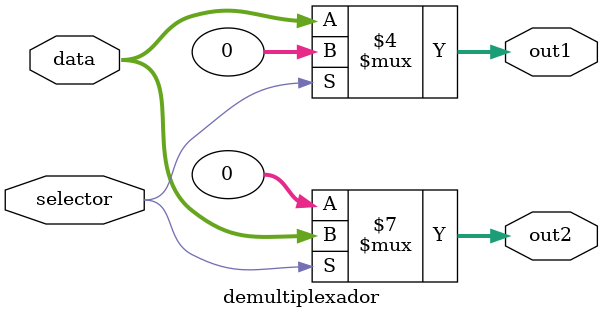
<source format=v>
/**
//////////////////////////////////////////////////////////////////////////
    AUTOR: Gabriel Sa Barreto Alves
DESCRICAO: Módulo para redirecionamento de dados de entrada.
--------------------------------------------------------------------------
ENTRADAS: 
	selector: entrada de seleção das saídas.
	    data: entrada de dados.
SAIDAS:		 
	out1: primeira saída de dados.
	out2: segunda saída de dados.
//////////////////////////////////////////////////////////////////////////
**/
module demultiplexador #(parameter data_bits = 32, out1_bits_size = 32, out2_bits_size = 32)
(
	 input wire                  selector,     //entrada de seleção da saída de dados.
	 input wire [data_bits-1:0]      data,     //entrada de dados.
	output reg  [out1_bits_size-1:0] out1,     //primeira saída de dados.
 	output reg  [out2_bits_size-1:0] out2     //segunda saída de dados.
);

//Bloco combinacional para redirecionamento da entrada.
always @(*) begin
	out1 = 0;     //valores default;
	out2 = 0;
	if(selector == 1'b0) 
		out1 = data;
	else begin            //selector == 1'b1;
		out2 = data;
	end
end
endmodule
</source>
